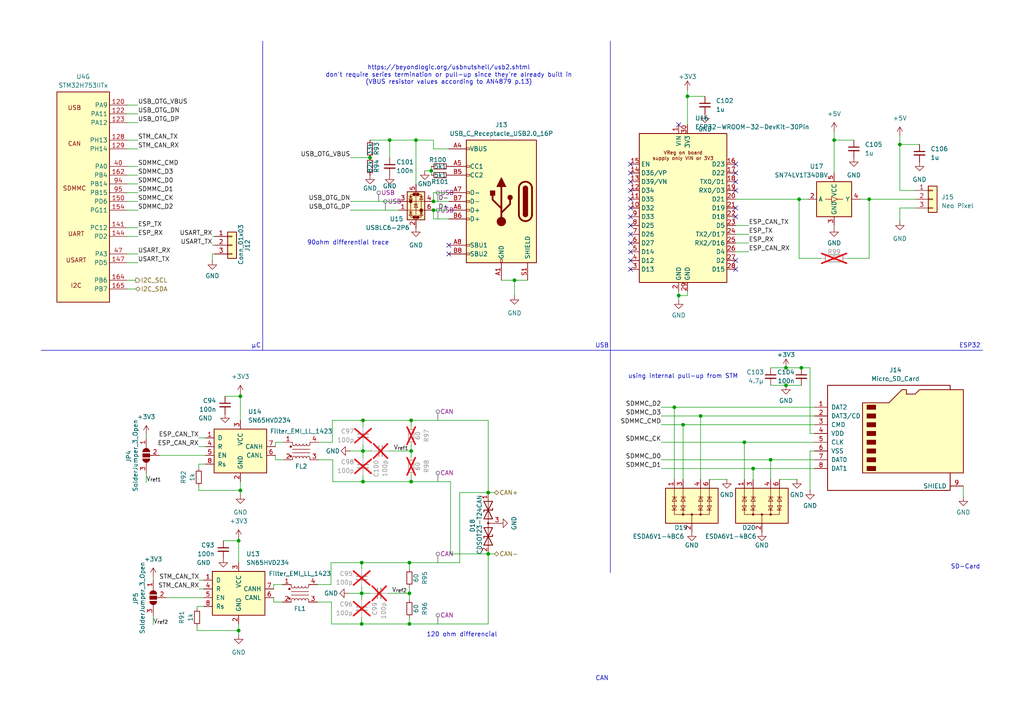
<source format=kicad_sch>
(kicad_sch
	(version 20250114)
	(generator "eeschema")
	(generator_version "9.0")
	(uuid "c61dd313-04ad-474f-9718-66b9bce07315")
	(paper "A4")
	
	(text "USB"
		(exclude_from_sim no)
		(at 174.625 100.33 0)
		(effects
			(font
				(size 1.27 1.27)
			)
		)
		(uuid "030ac795-edf5-444d-9323-762df8451be4")
	)
	(text "SD-Card"
		(exclude_from_sim no)
		(at 280.035 164.465 0)
		(effects
			(font
				(size 1.27 1.27)
			)
		)
		(uuid "05828fab-2d04-4397-b843-7a8ebdd025b6")
	)
	(text "don't require series termination or pull-up since they're already built in\n(VBUS resistor values according to AN4879 p.13)"
		(exclude_from_sim no)
		(at 130.175 22.86 0)
		(effects
			(font
				(size 1.27 1.27)
			)
		)
		(uuid "1055d774-b6a1-419a-b048-36be66eef259")
	)
	(text "µC"
		(exclude_from_sim no)
		(at 74.295 100.33 0)
		(effects
			(font
				(size 1.27 1.27)
			)
		)
		(uuid "116a24cc-e1f0-4e0d-bea5-abd9a8f91599")
	)
	(text "https://beyondlogic.org/usbnutshell/usb2.shtml"
		(exclude_from_sim no)
		(at 130.175 19.685 0)
		(effects
			(font
				(size 1.27 1.27)
			)
			(href "https://beyondlogic.org/usbnutshell/usb2.shtml")
		)
		(uuid "17aebb66-f36f-4773-91b3-aa6e98e3a3df")
	)
	(text "ESP32"
		(exclude_from_sim no)
		(at 281.305 100.33 0)
		(effects
			(font
				(size 1.27 1.27)
			)
		)
		(uuid "2f1a1088-c0ce-4de9-ae6e-34c8798ff98b")
	)
	(text "120 ohm differencial"
		(exclude_from_sim no)
		(at 133.985 184.15 0)
		(effects
			(font
				(size 1.27 1.27)
			)
		)
		(uuid "4ab289f3-a2e5-4552-b3b5-e0e2b8f15fd6")
	)
	(text "90ohm differential trace"
		(exclude_from_sim no)
		(at 100.965 70.485 0)
		(effects
			(font
				(size 1.27 1.27)
			)
		)
		(uuid "8714c186-ad4c-49a9-9de9-2e37164692f8")
	)
	(text "using internal pull-up from STM"
		(exclude_from_sim no)
		(at 198.12 109.22 0)
		(effects
			(font
				(size 1.27 1.27)
			)
		)
		(uuid "a2052886-6177-4247-95db-c4b735b95dd6")
	)
	(text "CAN"
		(exclude_from_sim no)
		(at 174.625 196.85 0)
		(effects
			(font
				(size 1.27 1.27)
			)
		)
		(uuid "aaa6aba1-4600-4726-ab41-4812b09f5f58")
	)
	(junction
		(at 231.775 57.785)
		(diameter 0)
		(color 0 0 0 0)
		(uuid "05cfbb34-84b8-41f9-b2c6-e5b00514da1d")
	)
	(junction
		(at 215.9 128.27)
		(diameter 0)
		(color 0 0 0 0)
		(uuid "0bbc3a19-37df-42ad-91f0-8540a0395fb7")
	)
	(junction
		(at 227.965 106.68)
		(diameter 0)
		(color 0 0 0 0)
		(uuid "18ab2d23-28e9-4932-9559-08cfc3b6ac2c")
	)
	(junction
		(at 232.41 106.68)
		(diameter 0)
		(color 0 0 0 0)
		(uuid "24fd9673-2273-4cc7-b851-95d6418ffacd")
	)
	(junction
		(at 118.745 180.975)
		(diameter 0)
		(color 0 0 0 0)
		(uuid "28a47998-b579-477b-8bd7-5184e4777d5e")
	)
	(junction
		(at 119.253 130.81)
		(diameter 0)
		(color 0 0 0 0)
		(uuid "3162dd44-bd73-462d-a1ba-3ec68e82b83a")
	)
	(junction
		(at 252.095 57.785)
		(diameter 0)
		(color 0 0 0 0)
		(uuid "318c4647-7bc1-4283-9b65-f73983dbd071")
	)
	(junction
		(at 149.225 81.28)
		(diameter 0)
		(color 0 0 0 0)
		(uuid "3c1013bf-bfba-435b-96c5-025b99d0e79f")
	)
	(junction
		(at 69.723 142.24)
		(diameter 0)
		(color 0 0 0 0)
		(uuid "3d875b4c-a7a5-4903-ad64-3ecea35d872b")
	)
	(junction
		(at 69.723 114.935)
		(diameter 0)
		(color 0 0 0 0)
		(uuid "41b0bad5-7e8d-4b02-8ba8-4522831df7e6")
	)
	(junction
		(at 107.315 45.72)
		(diameter 0)
		(color 0 0 0 0)
		(uuid "46e9cd3f-c4dc-4e06-874a-970861c8e4d0")
	)
	(junction
		(at 195.58 118.11)
		(diameter 0)
		(color 0 0 0 0)
		(uuid "483c68f8-8db5-413f-96da-d4c2dccc7777")
	)
	(junction
		(at 69.215 182.88)
		(diameter 0)
		(color 0 0 0 0)
		(uuid "4dfb8dde-4cef-4814-89d9-dc2c67abc0ea")
	)
	(junction
		(at 218.44 135.89)
		(diameter 0)
		(color 0 0 0 0)
		(uuid "50b25640-4ca4-435d-9ca2-96918ac454bf")
	)
	(junction
		(at 198.12 123.19)
		(diameter 0)
		(color 0 0 0 0)
		(uuid "52bd35f7-90f4-444f-80c2-b19c5579d427")
	)
	(junction
		(at 104.902 163.195)
		(diameter 0)
		(color 0 0 0 0)
		(uuid "53b32a67-343e-432d-9256-006aedde493b")
	)
	(junction
		(at 119.253 139.7)
		(diameter 0)
		(color 0 0 0 0)
		(uuid "6c0e76a3-6aad-4fb4-a948-d5eac4447136")
	)
	(junction
		(at 105.283 121.92)
		(diameter 0)
		(color 0 0 0 0)
		(uuid "7481ae21-ea6c-45fa-90b7-25db4fcacac0")
	)
	(junction
		(at 125.73 60.96)
		(diameter 0)
		(color 0 0 0 0)
		(uuid "76eb61ee-a5dc-435a-8704-218432069d76")
	)
	(junction
		(at 227.965 111.76)
		(diameter 0)
		(color 0 0 0 0)
		(uuid "7b77a6c7-da0a-42bd-826a-b38b72133772")
	)
	(junction
		(at 69.215 156.845)
		(diameter 0)
		(color 0 0 0 0)
		(uuid "7c2aa378-d994-4cbb-a7fd-662b6a6dbd3e")
	)
	(junction
		(at 223.52 133.35)
		(diameter 0)
		(color 0 0 0 0)
		(uuid "83a97a6e-f8be-41f0-8991-cb39de58c4f2")
	)
	(junction
		(at 199.39 27.94)
		(diameter 0)
		(color 0 0 0 0)
		(uuid "8a2ddf5a-e56d-4ddb-b3a7-3ce78fdb1ea7")
	)
	(junction
		(at 104.902 180.975)
		(diameter 0)
		(color 0 0 0 0)
		(uuid "8c902d7a-9a97-4247-a024-6511c85f57b0")
	)
	(junction
		(at 119.253 121.92)
		(diameter 0)
		(color 0 0 0 0)
		(uuid "9727df9d-30c2-4d31-a4a4-c18de4a38ffd")
	)
	(junction
		(at 141.605 160.655)
		(diameter 0)
		(color 0 0 0 0)
		(uuid "9b258187-c52a-4e59-8789-b7ac6ed5dc99")
	)
	(junction
		(at 104.902 172.085)
		(diameter 0)
		(color 0 0 0 0)
		(uuid "9cc87ece-ed33-40de-966c-51c2001dc894")
	)
	(junction
		(at 105.283 130.81)
		(diameter 0)
		(color 0 0 0 0)
		(uuid "9cdc856e-55bf-4f24-8496-a3f3c835efb4")
	)
	(junction
		(at 120.65 40.64)
		(diameter 0)
		(color 0 0 0 0)
		(uuid "9ea8c7a2-1503-4324-bc92-c95e051488ac")
	)
	(junction
		(at 141.605 142.875)
		(diameter 0)
		(color 0 0 0 0)
		(uuid "a02cb7ca-67e1-4267-9b51-48bfa47aa699")
	)
	(junction
		(at 203.2 120.65)
		(diameter 0)
		(color 0 0 0 0)
		(uuid "a030d523-f685-498c-a6ce-88394aca3cb6")
	)
	(junction
		(at 118.745 163.195)
		(diameter 0)
		(color 0 0 0 0)
		(uuid "b60abf17-3e74-47af-a488-26c720dd0b0f")
	)
	(junction
		(at 118.745 172.085)
		(diameter 0)
		(color 0 0 0 0)
		(uuid "b6c8fd7b-67f5-4777-9880-dd70ef3914a0")
	)
	(junction
		(at 196.85 85.725)
		(diameter 0)
		(color 0 0 0 0)
		(uuid "cee00a16-43e6-4734-87be-e840da75aabc")
	)
	(junction
		(at 105.283 139.7)
		(diameter 0)
		(color 0 0 0 0)
		(uuid "cf065f4e-64c6-411f-9278-3cbeff3ad8fd")
	)
	(junction
		(at 125.095 49.53)
		(diameter 0)
		(color 0 0 0 0)
		(uuid "d302f7ee-d45d-43f0-9f1f-85368a116229")
	)
	(junction
		(at 260.985 41.91)
		(diameter 0)
		(color 0 0 0 0)
		(uuid "e4280f40-0a8b-46b8-8a3f-bdc2bbc7d561")
	)
	(junction
		(at 241.935 40.64)
		(diameter 0)
		(color 0 0 0 0)
		(uuid "e66e4697-c658-4daa-8505-29693d7c6fa8")
	)
	(junction
		(at 125.73 58.42)
		(diameter 0)
		(color 0 0 0 0)
		(uuid "e8da3965-6ebf-4303-bffa-5c0b2fe16f2a")
	)
	(junction
		(at 113.03 40.64)
		(diameter 0)
		(color 0 0 0 0)
		(uuid "eef95e3a-9baf-4512-9c0f-0fb5481cc6c4")
	)
	(no_connect
		(at 182.88 73.025)
		(uuid "0f78565a-9a79-4977-842d-db81c2f3a858")
	)
	(no_connect
		(at 182.88 55.245)
		(uuid "1635493b-c0b0-4b22-91c0-dd20f89d28d6")
	)
	(no_connect
		(at 182.88 57.785)
		(uuid "2cd37b9b-1e16-4721-baaf-0f02fff9ee15")
	)
	(no_connect
		(at 213.36 47.625)
		(uuid "2e298096-7ace-418c-89a7-3d43d6bed0db")
	)
	(no_connect
		(at 182.88 60.325)
		(uuid "3bc25636-dee2-443e-8ccb-a980f456ac63")
	)
	(no_connect
		(at 182.88 50.165)
		(uuid "43d8676e-50c6-4697-acd1-a078ec396d67")
	)
	(no_connect
		(at 182.88 65.405)
		(uuid "4a7c660c-ecc7-4617-8099-7833ce97674f")
	)
	(no_connect
		(at 182.88 47.625)
		(uuid "5a25121c-a1f8-402a-a503-9b4b6773db57")
	)
	(no_connect
		(at 196.85 36.195)
		(uuid "5c9306cf-381b-4d82-8a3a-52bc964f2a36")
	)
	(no_connect
		(at 213.36 52.705)
		(uuid "5c964bdf-2ed2-4eef-b541-8ce09ccb6359")
	)
	(no_connect
		(at 182.88 78.105)
		(uuid "5cab31a6-586b-4cbb-8e74-6785a73b7287")
	)
	(no_connect
		(at 213.36 75.565)
		(uuid "627c0ac6-463b-4d74-9056-912f48f57f8c")
	)
	(no_connect
		(at 182.88 67.945)
		(uuid "662f2eb1-7541-4b5a-9b3e-348e11036abd")
	)
	(no_connect
		(at 182.88 52.705)
		(uuid "73269fd7-c364-4aef-a8b5-a2eabdfa97a8")
	)
	(no_connect
		(at 213.36 60.325)
		(uuid "797e1eed-a489-45da-8c0f-184fc597169c")
	)
	(no_connect
		(at 182.88 75.565)
		(uuid "8365a6d4-6d29-461b-904c-0324ca06fc5a")
	)
	(no_connect
		(at 182.88 62.865)
		(uuid "8ac847d1-9069-40ae-a3f2-d3aed782fb55")
	)
	(no_connect
		(at 213.36 78.105)
		(uuid "8f56c4af-52dc-4612-9881-b40f131d9649")
	)
	(no_connect
		(at 213.36 50.165)
		(uuid "b938ea39-6292-4387-8cd7-875c20a9d49a")
	)
	(no_connect
		(at 130.175 71.12)
		(uuid "d7064c93-16c6-497d-859a-7b410a29e175")
	)
	(no_connect
		(at 213.36 55.245)
		(uuid "da2de24c-d775-46ec-8771-ff0ede014a17")
	)
	(no_connect
		(at 130.175 73.66)
		(uuid "e5cfba84-9aae-4335-81b2-f9420a56298e")
	)
	(no_connect
		(at 182.88 70.485)
		(uuid "e700e196-44ff-4ef8-a8e9-38a5e666b895")
	)
	(no_connect
		(at 213.36 62.865)
		(uuid "ffc9674a-9076-447f-ba67-71a5716efeb9")
	)
	(wire
		(pts
			(xy 198.12 123.19) (xy 198.12 139.065)
		)
		(stroke
			(width 0)
			(type default)
		)
		(uuid "0126e725-cd4a-43de-a635-49074d4eee16")
	)
	(wire
		(pts
			(xy 113.03 40.64) (xy 120.65 40.64)
		)
		(stroke
			(width 0)
			(type default)
		)
		(uuid "03b6b96d-d108-4c6b-b2b6-d370d0813a07")
	)
	(wire
		(pts
			(xy 40.005 53.34) (xy 36.83 53.34)
		)
		(stroke
			(width 0)
			(type default)
		)
		(uuid "069c83cc-66af-4239-a3f2-6fc7c9797843")
	)
	(wire
		(pts
			(xy 227.965 106.68) (xy 232.41 106.68)
		)
		(stroke
			(width 0)
			(type default)
		)
		(uuid "0720b77c-06ec-4ddc-af8a-933409149d5c")
	)
	(wire
		(pts
			(xy 252.095 57.785) (xy 252.095 74.93)
		)
		(stroke
			(width 0)
			(type default)
		)
		(uuid "07821e1a-6081-4b53-af8d-3407e5dfe479")
	)
	(wire
		(pts
			(xy 96.139 174.625) (xy 96.139 180.975)
		)
		(stroke
			(width 0)
			(type default)
		)
		(uuid "07b7ef48-98f5-4f9c-8c83-e93a23111e86")
	)
	(wire
		(pts
			(xy 217.17 65.405) (xy 213.36 65.405)
		)
		(stroke
			(width 0)
			(type default)
		)
		(uuid "08072ded-74bf-4b0b-806c-19444be54a5d")
	)
	(wire
		(pts
			(xy 101.6 58.42) (xy 115.57 58.42)
		)
		(stroke
			(width 0)
			(type default)
		)
		(uuid "082fce0a-328f-4c33-b82d-f736243226bd")
	)
	(wire
		(pts
			(xy 125.095 49.53) (xy 125.095 50.8)
		)
		(stroke
			(width 0)
			(type default)
		)
		(uuid "0ea0bb12-e71d-4036-85a4-6c19fe123590")
	)
	(wire
		(pts
			(xy 79.883 133.35) (xy 79.883 132.08)
		)
		(stroke
			(width 0)
			(type default)
		)
		(uuid "0eb24822-65ba-4fcc-a791-110a601cab9c")
	)
	(wire
		(pts
			(xy 241.935 40.64) (xy 247.65 40.64)
		)
		(stroke
			(width 0)
			(type default)
		)
		(uuid "0ec11d76-de2c-47d9-b68b-71e96f39e5f7")
	)
	(wire
		(pts
			(xy 36.83 55.88) (xy 40.005 55.88)
		)
		(stroke
			(width 0)
			(type default)
		)
		(uuid "0f23c12c-ee24-49ec-857a-7c94676913f0")
	)
	(wire
		(pts
			(xy 113.03 40.64) (xy 113.03 45.72)
		)
		(stroke
			(width 0)
			(type default)
		)
		(uuid "0f360adf-082b-43ce-b071-56ba3d6d1ff9")
	)
	(wire
		(pts
			(xy 223.52 133.35) (xy 236.22 133.35)
		)
		(stroke
			(width 0)
			(type default)
		)
		(uuid "0fe1c355-612f-4426-80ff-01e842356dec")
	)
	(wire
		(pts
			(xy 199.39 27.94) (xy 199.39 36.195)
		)
		(stroke
			(width 0)
			(type default)
		)
		(uuid "11371f3a-622b-4d06-958d-0de2e3aefad4")
	)
	(wire
		(pts
			(xy 44.45 178.435) (xy 44.45 181.229)
		)
		(stroke
			(width 0)
			(type default)
		)
		(uuid "1191196b-173d-4dee-bb6d-b29a4d435163")
	)
	(wire
		(pts
			(xy 260.985 41.91) (xy 260.985 55.245)
		)
		(stroke
			(width 0)
			(type default)
		)
		(uuid "11fcf8a6-a9da-4e10-b537-040a5f04eac6")
	)
	(wire
		(pts
			(xy 92.075 169.545) (xy 96.012 169.545)
		)
		(stroke
			(width 0)
			(type default)
		)
		(uuid "1255d5b2-c80c-45ce-8562-7f9325184eb2")
	)
	(wire
		(pts
			(xy 119.253 121.92) (xy 141.605 121.92)
		)
		(stroke
			(width 0)
			(type default)
		)
		(uuid "16abee5d-4262-4bfd-ba27-099017bd3c89")
	)
	(wire
		(pts
			(xy 199.39 85.725) (xy 199.39 84.455)
		)
		(stroke
			(width 0)
			(type default)
		)
		(uuid "175d1789-0795-45ea-bebd-00c51a23ce0a")
	)
	(wire
		(pts
			(xy 191.77 133.35) (xy 223.52 133.35)
		)
		(stroke
			(width 0)
			(type default)
		)
		(uuid "1771b8ef-8c2d-4dbc-bfd3-902fd9585271")
	)
	(wire
		(pts
			(xy 61.595 73.66) (xy 61.595 75.565)
		)
		(stroke
			(width 0)
			(type default)
		)
		(uuid "1851c3fc-c833-4316-939d-3a55a4935065")
	)
	(wire
		(pts
			(xy 61.595 71.12) (xy 62.23 71.12)
		)
		(stroke
			(width 0)
			(type default)
		)
		(uuid "18ab3ef7-d310-4dfe-9bd7-87f1a836a671")
	)
	(wire
		(pts
			(xy 36.83 33.02) (xy 40.005 33.02)
		)
		(stroke
			(width 0)
			(type default)
		)
		(uuid "1b135d7b-8f10-4d19-9a19-146ba9d74198")
	)
	(wire
		(pts
			(xy 112.522 172.085) (xy 118.745 172.085)
		)
		(stroke
			(width 0)
			(type default)
		)
		(uuid "1c380b4c-4cae-4aa6-b682-a869ce94709e")
	)
	(wire
		(pts
			(xy 96.393 121.92) (xy 105.283 121.92)
		)
		(stroke
			(width 0)
			(type default)
		)
		(uuid "1c39585e-5704-44d0-a33d-b3876c68f352")
	)
	(wire
		(pts
			(xy 69.723 114.3) (xy 69.723 114.935)
		)
		(stroke
			(width 0)
			(type default)
		)
		(uuid "1e2b6175-d853-4821-ba74-1f24382ec349")
	)
	(wire
		(pts
			(xy 105.283 121.92) (xy 119.253 121.92)
		)
		(stroke
			(width 0)
			(type default)
		)
		(uuid "1ecee70f-1b0e-4963-98bb-53f91fcf7497")
	)
	(wire
		(pts
			(xy 118.745 170.18) (xy 118.745 172.085)
		)
		(stroke
			(width 0)
			(type default)
		)
		(uuid "216a5d0c-6bc2-4d57-bfc1-a0137443fd45")
	)
	(wire
		(pts
			(xy 125.73 55.88) (xy 130.175 55.88)
		)
		(stroke
			(width 0)
			(type default)
		)
		(uuid "21acc590-ee7c-4d1e-8e1e-92f9f843d3c0")
	)
	(wire
		(pts
			(xy 36.83 60.96) (xy 40.005 60.96)
		)
		(stroke
			(width 0)
			(type default)
		)
		(uuid "2201ad5c-2ea0-4a84-9169-84f97ac3d850")
	)
	(wire
		(pts
			(xy 125.73 60.96) (xy 130.175 60.96)
		)
		(stroke
			(width 0)
			(type default)
		)
		(uuid "23e71670-b058-4e01-a066-4bf14b43a603")
	)
	(wire
		(pts
			(xy 118.745 172.085) (xy 118.745 173.99)
		)
		(stroke
			(width 0)
			(type default)
		)
		(uuid "25fcae18-2fce-4a2e-b99e-14db92c22b5a")
	)
	(wire
		(pts
			(xy 133.35 142.875) (xy 141.605 142.875)
		)
		(stroke
			(width 0)
			(type default)
		)
		(uuid "27d7ae8c-7eae-4f28-bd8f-3df57c79cc78")
	)
	(wire
		(pts
			(xy 217.17 73.025) (xy 213.36 73.025)
		)
		(stroke
			(width 0)
			(type default)
		)
		(uuid "29423af5-f664-45ad-bb1e-0735e38873c2")
	)
	(wire
		(pts
			(xy 118.745 163.195) (xy 133.35 163.195)
		)
		(stroke
			(width 0)
			(type default)
		)
		(uuid "2d763691-facb-4f15-9e9f-59c2b2d09226")
	)
	(wire
		(pts
			(xy 40.005 30.48) (xy 36.83 30.48)
		)
		(stroke
			(width 0)
			(type default)
		)
		(uuid "2e6d5f7d-e2c5-4fff-9ab8-ff9e5059fed6")
	)
	(wire
		(pts
			(xy 238.125 74.93) (xy 231.775 74.93)
		)
		(stroke
			(width 0)
			(type default)
		)
		(uuid "2fa12003-ea95-4a7e-a7b4-8f6dd8428bb3")
	)
	(wire
		(pts
			(xy 44.45 167.259) (xy 44.45 168.275)
		)
		(stroke
			(width 0)
			(type default)
		)
		(uuid "2fe633c0-4d3d-40d2-b66e-9c920b1c7a86")
	)
	(wire
		(pts
			(xy 218.44 139.065) (xy 218.44 135.89)
		)
		(stroke
			(width 0)
			(type default)
		)
		(uuid "3173a2ad-906e-47f8-a364-fc370f3c628a")
	)
	(wire
		(pts
			(xy 145.415 151.765) (xy 144.653 151.765)
		)
		(stroke
			(width 0)
			(type default)
		)
		(uuid "31a4bbdf-559b-4207-a858-901d74817d56")
	)
	(wire
		(pts
			(xy 65.278 114.935) (xy 69.723 114.935)
		)
		(stroke
			(width 0)
			(type default)
		)
		(uuid "32faf47c-e64c-44b4-9d62-4d28d8d4153b")
	)
	(polyline
		(pts
			(xy 11.938 101.6) (xy 284.988 101.6)
		)
		(stroke
			(width 0)
			(type default)
		)
		(uuid "3585df17-1500-4acf-8047-979ff4b5fedc")
	)
	(wire
		(pts
			(xy 69.215 182.88) (xy 69.215 184.15)
		)
		(stroke
			(width 0)
			(type default)
		)
		(uuid "364b407f-3b1e-4c62-9eb8-d29a94c13635")
	)
	(wire
		(pts
			(xy 130.683 160.655) (xy 130.683 139.7)
		)
		(stroke
			(width 0)
			(type default)
		)
		(uuid "37424b4b-71c8-41c4-b362-ea3007ee2cc4")
	)
	(wire
		(pts
			(xy 231.775 74.93) (xy 231.775 57.785)
		)
		(stroke
			(width 0)
			(type default)
		)
		(uuid "393f9b29-c1fb-4477-8410-888c1c775882")
	)
	(wire
		(pts
			(xy 241.935 38.1) (xy 241.935 40.64)
		)
		(stroke
			(width 0)
			(type default)
		)
		(uuid "395ffaba-dbfc-4c84-b3a1-2617223e9f3e")
	)
	(wire
		(pts
			(xy 96.52 133.35) (xy 96.52 139.7)
		)
		(stroke
			(width 0)
			(type default)
		)
		(uuid "3b6bddeb-5651-4db5-98b2-9b6f3f702707")
	)
	(wire
		(pts
			(xy 101.6 45.72) (xy 107.315 45.72)
		)
		(stroke
			(width 0)
			(type default)
		)
		(uuid "3d2cc28f-a815-44ff-b579-98f1bafc55ff")
	)
	(wire
		(pts
			(xy 236.22 125.73) (xy 234.95 125.73)
		)
		(stroke
			(width 0)
			(type default)
		)
		(uuid "3d36dc6e-fb6c-4d22-b425-43462a3be059")
	)
	(wire
		(pts
			(xy 36.83 73.66) (xy 40.005 73.66)
		)
		(stroke
			(width 0)
			(type default)
		)
		(uuid "3e2111f4-1096-49ea-babe-955e0bcbceb6")
	)
	(wire
		(pts
			(xy 119.253 128.905) (xy 119.253 130.81)
		)
		(stroke
			(width 0)
			(type default)
		)
		(uuid "418d6449-7d54-435c-9348-9ebcc667fba1")
	)
	(wire
		(pts
			(xy 149.225 81.28) (xy 145.415 81.28)
		)
		(stroke
			(width 0)
			(type default)
		)
		(uuid "43eb60ad-a089-43b3-8c73-3cd2d4334140")
	)
	(wire
		(pts
			(xy 226.06 139.065) (xy 231.14 139.065)
		)
		(stroke
			(width 0)
			(type default)
		)
		(uuid "4509c7f5-35ec-4bd1-89e7-1a05d5b53aa2")
	)
	(wire
		(pts
			(xy 125.73 58.42) (xy 125.73 55.88)
		)
		(stroke
			(width 0)
			(type default)
		)
		(uuid "4991bdca-b170-43ed-84ef-9caf2ab85aec")
	)
	(wire
		(pts
			(xy 118.745 179.07) (xy 118.745 180.975)
		)
		(stroke
			(width 0)
			(type default)
		)
		(uuid "4abd7593-788c-4faf-8edb-6bf231a57d07")
	)
	(wire
		(pts
			(xy 61.595 68.58) (xy 62.23 68.58)
		)
		(stroke
			(width 0)
			(type default)
		)
		(uuid "4c385e60-1b83-4735-8d87-273cadd39ee9")
	)
	(wire
		(pts
			(xy 120.65 40.64) (xy 125.73 40.64)
		)
		(stroke
			(width 0)
			(type default)
		)
		(uuid "4c4a7a36-80ee-4595-b311-1291392bf06c")
	)
	(wire
		(pts
			(xy 231.775 57.785) (xy 234.315 57.785)
		)
		(stroke
			(width 0)
			(type default)
		)
		(uuid "4dc32d7f-3ff8-43a5-afb9-2f4908b6a181")
	)
	(wire
		(pts
			(xy 141.605 160.655) (xy 141.605 180.975)
		)
		(stroke
			(width 0)
			(type default)
		)
		(uuid "4f3190e5-1fec-4c20-8c78-bb72eed0982d")
	)
	(wire
		(pts
			(xy 260.985 55.245) (xy 265.43 55.245)
		)
		(stroke
			(width 0)
			(type default)
		)
		(uuid "4f4d3fff-85b9-4083-bd46-2b914ab4a849")
	)
	(wire
		(pts
			(xy 223.52 133.35) (xy 223.52 139.065)
		)
		(stroke
			(width 0)
			(type default)
		)
		(uuid "4ff43a78-6f92-4a7c-8cfb-ed39be066f5a")
	)
	(wire
		(pts
			(xy 234.95 130.81) (xy 234.95 142.24)
		)
		(stroke
			(width 0)
			(type default)
		)
		(uuid "5121f087-75a7-4517-bf80-93142898bd7b")
	)
	(wire
		(pts
			(xy 223.52 111.76) (xy 227.965 111.76)
		)
		(stroke
			(width 0)
			(type default)
		)
		(uuid "551574cf-3580-4b1f-8680-a14f6beb8bdd")
	)
	(wire
		(pts
			(xy 79.883 128.27) (xy 82.296 128.27)
		)
		(stroke
			(width 0)
			(type default)
		)
		(uuid "569600ce-4916-426c-ad6a-43656f889c21")
	)
	(wire
		(pts
			(xy 69.215 156.21) (xy 69.215 156.845)
		)
		(stroke
			(width 0)
			(type default)
		)
		(uuid "573d52d7-2912-42f7-a32c-98f9437fcfb4")
	)
	(wire
		(pts
			(xy 57.785 168.275) (xy 59.055 168.275)
		)
		(stroke
			(width 0)
			(type default)
		)
		(uuid "58a5b0f4-7372-4ed6-b2ff-21c9fc14c383")
	)
	(wire
		(pts
			(xy 191.77 135.89) (xy 218.44 135.89)
		)
		(stroke
			(width 0)
			(type default)
		)
		(u
... [137995 chars truncated]
</source>
